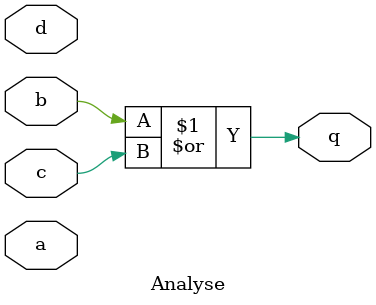
<source format=v>
module Analyse (
    input a, b, c, d,
    output q
);
    assign q = b | c;
endmodule
</source>
